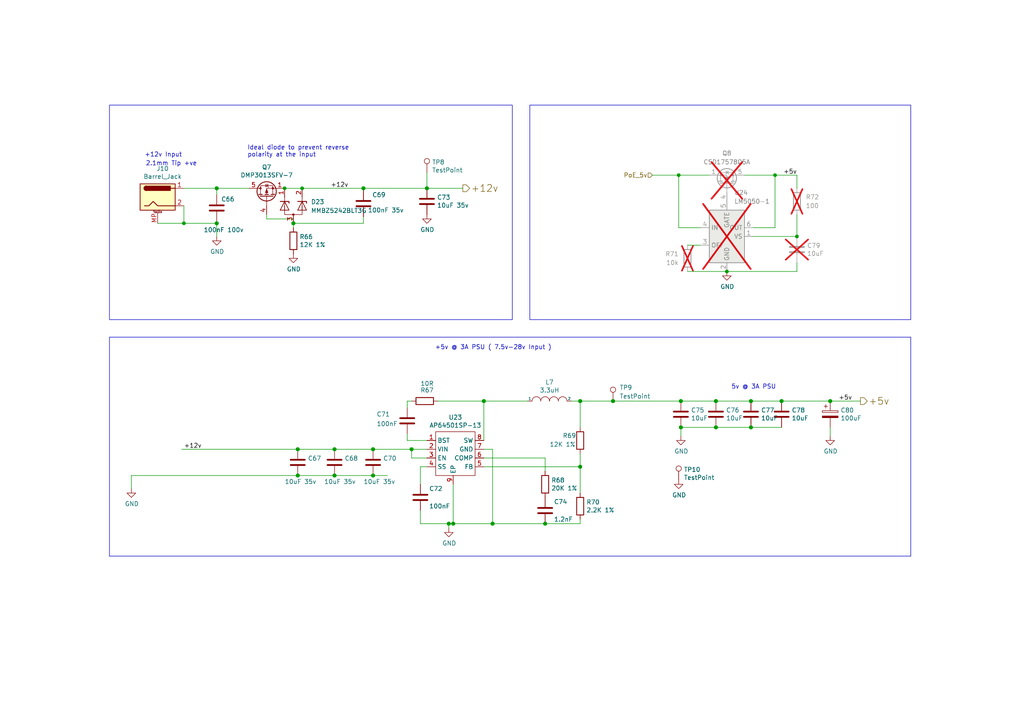
<source format=kicad_sch>
(kicad_sch (version 20250114) (generator "eeschema") (generator_version "9.0")
  (paper "A4")
  (title_block (title "Router Pi - PSUs"))
  (lib_symbols
    (symbol "CM4IO:AP64351"
      (property "Reference" "U" (at 0 8.89 0))
      (property "Value" "AP64351" (at 1.27 6.35 0))
      (symbol "AP64351_0_1"
        (rectangle (start -5.08 5.08) (end 6.35 -7.62))
      )
      (symbol "AP64351_1_1"
        (pin passive line (at -7.62 2.54 0) (length 2.54) (name "BST") (number "1"))
        (pin power_in line (at -7.62 0 0) (length 2.54) (name "VIN") (number "2"))
        (pin input line (at -7.62 -2.54 0) (length 2.54) (name "EN") (number "3"))
        (pin input line (at -7.62 -5.08 0) (length 2.54) (name "SS") (number "4"))
        (pin passive line (at 0 -10.16 90) (length 2.54) (name "EP") (number "9"))
        (pin output line (at 8.89 2.54 180) (length 2.54) (name "SW") (number "8"))
        (pin power_in line (at 8.89 0 180) (length 2.54) (name "GND") (number "7"))
        (pin input line (at 8.89 -2.54 180) (length 2.54) (name "COMP") (number "6"))
        (pin input line (at 8.89 -5.08 180) (length 2.54) (name "FB") (number "5"))
      )
    )
    (symbol "Connector:Barrel_Jack_MountingPin" (pin_names (hide yes))
      (property "Reference" "J" (at 0 5.334 0))
      (property "Value" "Barrel_Jack_MountingPin" (at 1.27 -6.35 0))
      (symbol "Barrel_Jack_MountingPin_0_1"
        (rectangle (start -5.08 3.81) (end 5.08 -3.81) (stroke (width 0.254)) (fill (type background)))
        (polyline (pts (xy -3.81 -2.54) (xy -2.54 -2.54) (xy -1.27 -1.27) (xy 0 -2.54) (xy 2.54 -2.54) (xy 5.08 -2.54)) (stroke (width 0.254)))
        (arc (start -3.302 1.905) (mid -3.9343 2.54) (end -3.302 3.175) (stroke (width 0.254)))
        (arc (start -3.302 1.905) (mid -3.9343 2.54) (end -3.302 3.175) (stroke (width 0.254)) (fill (type outline)))
        (rectangle (start 3.683 3.175) (end -3.302 1.905) (stroke (width 0.254)) (fill (type outline)))
        (polyline (pts (xy 5.08 2.54) (xy 3.81 2.54)) (stroke (width 0.254)))
      )
      (symbol "Barrel_Jack_MountingPin_1_1"
        (polyline (pts (xy -1.016 -4.572) (xy 1.016 -4.572)) (stroke (width 0.1524)))
        (text "Mounting" (at 0 -4.191 0) (effects (font (size 0.381 0.381))))
        (pin passive line (at 0 -7.62 90) (length 3.048) (name "MountPin") (number "MP"))
        (pin passive line (at 7.62 2.54 180) (length 2.54) (name "~") (number "1"))
        (pin passive line (at 7.62 -2.54 180) (length 2.54) (name "~") (number "2"))
      )
    )
    (symbol "Connector:TestPoint" (pin_numbers (hide yes)) (pin_names (offset 0.762) (hide yes))
      (property "Reference" "TP" (at 0 6.858 0))
      (property "Value" "TestPoint" (at 0 5.08 0))
      (symbol "TestPoint_0_1"
        (circle (center 0 3.302) (radius 0.762))
      )
      (symbol "TestPoint_1_1"
        (pin passive line (at 0 0 90) (length 2.54) (name "1") (number "1"))
      )
    )
    (symbol "Device:C" (pin_numbers (hide yes)) (pin_names (offset 0.254))
      (property "Reference" "C" (at 0.635 2.54 0))
      (property "Value" "C" (at 0.635 -2.54 0))
      (symbol "C_0_1"
        (polyline (pts (xy -2.032 0.762) (xy 2.032 0.762)) (stroke (width 0.508)))
        (polyline (pts (xy -2.032 -0.762) (xy 2.032 -0.762)) (stroke (width 0.508)))
      )
      (symbol "C_1_1"
        (pin passive line (at 0 3.81 270) (length 2.794) (name "~") (number "1"))
        (pin passive line (at 0 -3.81 90) (length 2.794) (name "~") (number "2"))
      )
    )
    (symbol "Device:CP" (pin_numbers (hide yes)) (pin_names (offset 0.254))
      (property "Reference" "C" (at 0.635 2.54 0))
      (property "Value" "CP" (at 0.635 -2.54 0))
      (symbol "CP_0_1"
        (rectangle (start -2.286 0.508) (end 2.286 1.016))
        (polyline (pts (xy -1.778 2.286) (xy -0.762 2.286)))
        (polyline (pts (xy -1.27 2.794) (xy -1.27 1.778)))
        (rectangle (start 2.286 -0.508) (end -2.286 -1.016) (fill (type outline)))
      )
      (symbol "CP_1_1"
        (pin passive line (at 0 3.81 270) (length 2.794) (name "~") (number "1"))
        (pin passive line (at 0 -3.81 90) (length 2.794) (name "~") (number "2"))
      )
    )
    (symbol "Device:R" (pin_numbers (hide yes)) (pin_names (offset 0))
      (property "Reference" "R" (at 2.032 0 90))
      (property "Value" "R" (at 0 0 90))
      (symbol "R_0_1"
        (rectangle (start -1.016 -2.54) (end 1.016 2.54) (stroke (width 0.254)))
      )
      (symbol "R_1_1"
        (pin passive line (at 0 3.81 270) (length 1.27) (name "~") (number "1"))
        (pin passive line (at 0 -3.81 90) (length 1.27) (name "~") (number "2"))
      )
    )
    (symbol "Diode:MMBZxx" (pin_names (offset 1.016) (hide yes))
      (property "Reference" "D" (at 3.81 2.54 0))
      (property "Value" "MMBZxx" (at 3.81 0 0))
      (symbol "MMBZxx_0_1"
        (polyline (pts (xy -3.81 1.27) (xy -1.27 1.27) (xy -1.27 0.762)) (stroke (width 0.254)))
        (polyline (pts (xy -2.54 0) (xy -2.54 -2.54) (xy 2.54 -2.54) (xy 2.54 0)))
        (polyline (pts (xy -2.54 -1.27) (xy -2.54 2.54)))
        (circle (center 0 -2.54) (radius 0.254) (fill (type outline)))
        (polyline (pts (xy 1.27 1.27) (xy 3.81 1.27) (xy 3.81 0.762)) (stroke (width 0.254)))
        (polyline (pts (xy 2.54 -1.27) (xy 2.54 2.54)))
      )
      (symbol "MMBZxx_1_1"
        (polyline (pts (xy -3.81 -1.27) (xy -1.27 -1.27) (xy -2.54 1.27) (xy -3.81 -1.27)) (stroke (width 0.2032)))
        (polyline (pts (xy 1.27 -1.27) (xy 3.81 -1.27) (xy 2.54 1.27) (xy 1.27 -1.27)) (stroke (width 0.2032)))
        (pin passive line (at -2.54 5.08 270) (length 2.54) (name "K") (number "1"))
        (pin passive line (at 0 -5.08 90) (length 2.54) (name "A") (number "3"))
        (pin passive line (at 2.54 5.08 270) (length 2.54) (name "K") (number "2"))
      )
    )
    (symbol "Power_Management:LM5050-1"
      (property "Reference" "U" (at -5.08 8.89 0))
      (property "Value" "LM5050-1" (at 1.27 8.89 0))
      (symbol "LM5050-1_0_1"
        (rectangle (start -5.08 7.62) (end 5.08 -7.62) (stroke (width 0.254)) (fill (type background)))
      )
      (symbol "LM5050-1_1_1"
        (pin input line (at -7.62 2.54 0) (length 2.54) (name "IN") (number "4"))
        (pin input line (at -7.62 -2.54 0) (length 2.54) (name "OFF") (number "3"))
        (pin output line (at 0 10.16 270) (length 2.54) (name "GATE") (number "5"))
        (pin power_in line (at 0 -10.16 90) (length 2.54) (name "GND") (number "2"))
        (pin input line (at 7.62 2.54 180) (length 2.54) (name "OUT") (number "6"))
        (pin passive line (at 7.62 0 180) (length 2.54) (name "VS") (number "1"))
      )
    )
    (symbol "Transistor_FET:CSD17578Q5A" (pin_names (hide yes))
      (property "Reference" "Q" (at 5.08 1.905 0))
      (property "Value" "CSD17578Q5A" (at 5.08 0 0))
      (symbol "CSD17578Q5A_0_1"
        (polyline (pts (xy 0.254 1.905) (xy 0.254 -1.905)) (stroke (width 0.254)))
        (polyline (pts (xy 0.254 0) (xy -2.54 0)))
        (polyline (pts (xy 0.762 2.286) (xy 0.762 1.27)) (stroke (width 0.254)))
        (polyline (pts (xy 0.762 0.508) (xy 0.762 -0.508)) (stroke (width 0.254)))
        (polyline (pts (xy 0.762 -1.27) (xy 0.762 -2.286)) (stroke (width 0.254)))
        (polyline (pts (xy 0.762 -1.778) (xy 3.302 -1.778) (xy 3.302 1.778) (xy 0.762 1.778)))
        (polyline (pts (xy 1.016 0) (xy 2.032 0.381) (xy 2.032 -0.381) (xy 1.016 0)) (fill (type outline)))
        (circle (center 1.651 0) (radius 2.794) (stroke (width 0.254)))
        (polyline (pts (xy 2.54 2.54) (xy 2.54 1.778)))
        (circle (center 2.54 1.778) (radius 0.254) (fill (type outline)))
        (circle (center 2.54 -1.778) (radius 0.254) (fill (type outline)))
        (polyline (pts (xy 2.54 -2.54) (xy 2.54 0) (xy 0.762 0)))
        (polyline (pts (xy 2.794 0.508) (xy 2.921 0.381) (xy 3.683 0.381) (xy 3.81 0.254)))
        (polyline (pts (xy 3.302 0.381) (xy 2.921 -0.254) (xy 3.683 -0.254) (xy 3.302 0.381)))
      )
      (symbol "CSD17578Q5A_1_1"
        (pin passive line (at -5.08 0 0) (length 2.54) (name "G") (number "4"))
        (pin passive line (at 2.54 5.08 270) (length 2.54) (name "D") (number "5"))
        (pin passive line (at 2.54 -5.08 90) (length 2.54) (name "S") (number "1"))
        (pin passive line (at 2.54 -5.08 90) (length 2.54) (hide yes) (name "S") (number "2"))
        (pin passive line (at 2.54 -5.08 90) (length 2.54) (hide yes) (name "S") (number "3"))
      )
    )
    (symbol "Transistor_FET:DMP3013SFV" (pin_names (hide yes))
      (property "Reference" "Q" (at 5.08 1.905 0))
      (property "Value" "DMP3013SFV" (at 5.08 0 0))
      (symbol "DMP3013SFV_0_1"
        (polyline (pts (xy 0.254 1.905) (xy 0.254 -1.905)) (stroke (width 0.254)))
        (polyline (pts (xy 0.254 0) (xy -2.54 0)))
        (polyline (pts (xy 0.762 2.286) (xy 0.762 1.27)) (stroke (width 0.254)))
        (polyline (pts (xy 0.762 1.778) (xy 3.302 1.778) (xy 3.302 -1.778) (xy 0.762 -1.778)))
        (polyline (pts (xy 0.762 0.508) (xy 0.762 -0.508)) (stroke (width 0.254)))
        (polyline (pts (xy 0.762 -1.27) (xy 0.762 -2.286)) (stroke (width 0.254)))
        (circle (center 1.651 0) (radius 2.794) (stroke (width 0.254)))
        (polyline (pts (xy 2.286 0) (xy 1.27 0.381) (xy 1.27 -0.381) (xy 2.286 0)) (fill (type outline)))
        (polyline (pts (xy 2.54 2.54) (xy 2.54 1.778)))
        (circle (center 2.54 1.778) (radius 0.254) (fill (type outline)))
        (circle (center 2.54 -1.778) (radius 0.254) (fill (type outline)))
        (polyline (pts (xy 2.54 -2.54) (xy 2.54 0) (xy 0.762 0)))
        (polyline (pts (xy 2.794 -0.508) (xy 2.921 -0.381) (xy 3.683 -0.381) (xy 3.81 -0.254)))
        (polyline (pts (xy 3.302 -0.381) (xy 2.921 0.254) (xy 3.683 0.254) (xy 3.302 -0.381)))
      )
      (symbol "DMP3013SFV_1_1"
        (pin passive line (at -5.08 0 0) (length 2.54) (name "G") (number "4"))
        (pin passive line (at 2.54 5.08 270) (length 2.54) (name "D") (number "5"))
        (pin passive line (at 2.54 -5.08 90) (length 2.54) (name "S") (number "1"))
        (pin passive line (at 2.54 -5.08 90) (length 2.54) (hide yes) (name "S") (number "2"))
        (pin passive line (at 2.54 -5.08 90) (length 2.54) (hide yes) (name "S") (number "3"))
      )
    )
    (symbol "power:GND" (power) (pin_names (offset 0))
      (property "Value" "GND" (at 0 -3.81 0))
      (symbol "GND_0_1"
        (polyline (pts (xy 0 0) (xy 0 -1.27) (xy 1.27 -1.27) (xy 0 -2.54) (xy -1.27 -1.27) (xy 0 -1.27)))
      )
      (symbol "GND_1_1"
        (pin power_in line (at 0 0 270) (length 0) (hide yes) (name "GND") (number "1"))
      )
    )
    (symbol "pspice:INDUCTOR" (pin_numbers (hide yes)) (pin_names (offset 0))
      (property "Reference" "L" (at 0 2.54 0))
      (property "Value" "INDUCTOR" (at 0 -1.27 0))
      (symbol "INDUCTOR_0_1"
        (arc (start -5.08 0) (mid -3.81 1.2645) (end -2.54 0))
        (arc (start -2.54 0) (mid -1.27 1.2645) (end 0 0))
        (arc (start 0 0) (mid 1.27 1.2645) (end 2.54 0))
        (arc (start 2.54 0) (mid 3.81 1.2645) (end 5.08 0))
      )
      (symbol "INDUCTOR_1_1"
        (pin input line (at -6.35 0 0) (length 1.27) (name "1") (number "1"))
        (pin input line (at 6.35 0 180) (length 1.27) (name "2") (number "2"))
      )
    )
  )
  (rectangle (start 153.67 30.48) (end 264.16 92.71))
  (rectangle (start 31.75 30.48) (end 148.59 92.71))
  (text "+12v Input" (at 41.91 45.72 0) (effects (font (size 1.27 1.27)) (justify left bottom)))
  (text "5v @ 3A PSU\n" (at 212.09 113.03 0) (effects (font (size 1.27 1.27)) (justify left bottom)))
  (text "2.1mm Tip +ve" (at 57.15 48.26 0) (effects (font (size 1.27 1.27)) (justify right bottom)))
  (text "Ideal diode to prevent reverse\npolarity at the input" (at 71.755 45.72 0) (effects (font (size 1.27 1.27)) (justify left bottom)))
  (text "+5v @ 3A PSU ( 7.5v-28v Input )" (at 160.02 101.6 0) (effects (font (size 1.27 1.27)) (justify right bottom)))
  (junction (at 108.204 130.302) (diameter 1.016))
  (junction (at 140.335 116.332) (diameter 1.016))
  (junction (at 226.695 116.332) (diameter 1.016))
  (junction (at 142.875 151.892) (diameter 1.016))
  (junction (at 131.445 151.892) (diameter 1.016))
  (junction (at 105.41 54.61) (diameter 1.016))
  (junction (at 207.645 123.952) (diameter 1.016))
  (junction (at 224.79 50.8))
  (junction (at 123.825 54.61) (diameter 1.016))
  (junction (at 240.792 116.332) (diameter 1.016))
  (junction (at 207.645 116.332) (diameter 1.016))
  (junction (at 168.275 135.382) (diameter 1.016))
  (junction (at 97.028 130.302) (diameter 1.016))
  (junction (at 97.028 137.922) (diameter 1.016))
  (junction (at 108.204 137.922) (diameter 1.016))
  (junction (at 168.275 116.332) (diameter 1.016))
  (junction (at 158.115 151.892) (diameter 1.016))
  (junction (at 197.485 116.332) (diameter 1.016))
  (junction (at 130.175 151.892) (diameter 1.016))
  (junction (at 177.8 116.332) (diameter 1.016))
  (junction (at 231.14 68.58))
  (junction (at 87.63 54.61))
  (junction (at 217.805 116.332) (diameter 1.016))
  (junction (at 119.38 130.302) (diameter 1.016))
  (junction (at 210.82 78.74))
  (junction (at 82.55 54.61))
  (junction (at 53.34 64.77))
  (junction (at 62.865 54.61) (diameter 1.016))
  (junction (at 196.85 50.8))
  (junction (at 86.36 137.922) (diameter 1.016))
  (junction (at 85.09 64.77) (diameter 1.016))
  (junction (at 86.36 130.302) (diameter 1.016))
  (junction (at 197.485 123.952) (diameter 1.016))
  (junction (at 217.805 123.952) (diameter 1.016))
  (junction (at 62.865 64.77) (diameter 1.016))
  (polyline (pts (xy 264.16 161.29) (xy 31.75 161.29)) (stroke (width 0) (type solid)))
  (wire (pts (xy 108.204 130.302) (xy 119.38 130.302)))
  (wire (pts (xy 142.875 151.892) (xy 158.115 151.892)))
  (polyline (pts (xy 31.75 97.79) (xy 264.16 97.79)) (stroke (width 0) (type solid)))
  (wire (pts (xy 131.445 140.462) (xy 131.445 151.892)))
  (wire (pts (xy 189.23 50.8) (xy 196.85 50.8)))
  (wire (pts (xy 87.63 54.61) (xy 105.41 54.61)))
  (wire (pts (xy 118.11 116.332) (xy 119.38 116.332)))
  (polyline (pts (xy 264.16 97.79) (xy 264.16 161.29)) (stroke (width 0) (type solid)))
  (wire (pts (xy 196.85 50.8) (xy 196.85 66.04)))
  (wire (pts (xy 118.11 127.762) (xy 123.825 127.762)))
  (wire (pts (xy 231.14 50.8) (xy 224.79 50.8)))
  (wire (pts (xy 199.39 71.12) (xy 203.2 71.12)))
  (wire (pts (xy 226.695 123.952) (xy 217.805 123.952)))
  (wire (pts (xy 158.115 151.892) (xy 168.275 151.892)))
  (wire (pts (xy 97.028 137.922) (xy 108.204 137.922)))
  (wire (pts (xy 197.485 116.332) (xy 207.645 116.332)))
  (wire (pts (xy 197.485 123.952) (xy 197.485 126.492)))
  (wire (pts (xy 140.335 135.382) (xy 168.275 135.382)))
  (wire (pts (xy 53.34 64.77) (xy 62.865 64.77)))
  (wire (pts (xy 118.11 125.857) (xy 118.11 127.762)))
  (wire (pts (xy 119.38 130.302) (xy 123.825 130.302)))
  (wire (pts (xy 165.735 116.332) (xy 168.275 116.332)))
  (wire (pts (xy 123.825 54.61) (xy 134.239 54.61)))
  (wire (pts (xy 231.14 76.2) (xy 231.14 78.74)))
  (wire (pts (xy 86.36 130.302) (xy 97.028 130.302)))
  (wire (pts (xy 45.72 64.77) (xy 53.34 64.77)))
  (wire (pts (xy 105.41 54.61) (xy 123.825 54.61)))
  (wire (pts (xy 142.875 130.302) (xy 142.875 151.892)))
  (wire (pts (xy 217.805 116.332) (xy 226.695 116.332)))
  (wire (pts (xy 240.792 116.332) (xy 249.555 116.332)))
  (wire (pts (xy 118.11 118.237) (xy 118.11 116.332)))
  (wire (pts (xy 123.825 50.038) (xy 123.825 54.61)))
  (wire (pts (xy 140.335 130.302) (xy 142.875 130.302)))
  (wire (pts (xy 158.115 136.652) (xy 158.115 132.842)))
  (wire (pts (xy 119.38 132.842) (xy 123.825 132.842)))
  (wire (pts (xy 85.09 64.77) (xy 105.41 64.77)))
  (wire (pts (xy 121.92 151.892) (xy 130.175 151.892)))
  (wire (pts (xy 168.275 151.892) (xy 168.275 150.622)))
  (wire (pts (xy 85.09 63.5) (xy 85.09 64.77)))
  (wire (pts (xy 168.275 135.382) (xy 168.275 143.002)))
  (wire (pts (xy 168.275 116.332) (xy 177.8 116.332)))
  (wire (pts (xy 77.343 62.23) (xy 77.343 63.5)))
  (wire (pts (xy 131.445 151.892) (xy 142.875 151.892)))
  (wire (pts (xy 177.8 116.332) (xy 197.485 116.332)))
  (wire (pts (xy 62.865 54.61) (xy 72.263 54.61)))
  (wire (pts (xy 97.028 130.302) (xy 108.204 130.302)))
  (wire (pts (xy 82.423 54.61) (xy 82.55 54.61)))
  (wire (pts (xy 119.38 130.302) (xy 119.38 132.842)))
  (wire (pts (xy 168.275 131.572) (xy 168.275 135.382)))
  (wire (pts (xy 105.41 64.77) (xy 105.41 62.865)))
  (wire (pts (xy 140.335 116.332) (xy 153.035 116.332)))
  (wire (pts (xy 217.805 123.952) (xy 207.645 123.952)))
  (wire (pts (xy 207.645 123.952) (xy 197.485 123.952)))
  (wire (pts (xy 199.39 78.74) (xy 210.82 78.74)))
  (wire (pts (xy 53.34 59.69) (xy 53.34 64.77)))
  (wire (pts (xy 86.36 137.922) (xy 97.028 137.922)))
  (wire (pts (xy 127 116.332) (xy 140.335 116.332)))
  (wire (pts (xy 52.705 130.302) (xy 86.36 130.302)))
  (wire (pts (xy 224.79 50.8) (xy 215.9 50.8)))
  (wire (pts (xy 231.14 68.58) (xy 231.14 62.23)))
  (wire (pts (xy 140.335 132.842) (xy 158.115 132.842)))
  (wire (pts (xy 105.41 54.61) (xy 105.41 55.245)))
  (wire (pts (xy 62.865 64.77) (xy 62.865 68.58)))
  (wire (pts (xy 205.74 50.8) (xy 196.85 50.8)))
  (wire (pts (xy 231.14 78.74) (xy 210.82 78.74)))
  (wire (pts (xy 53.34 54.61) (xy 62.865 54.61)))
  (wire (pts (xy 62.865 64.135) (xy 62.865 64.77)))
  (wire (pts (xy 85.09 64.77) (xy 85.09 66.04)))
  (wire (pts (xy 82.55 54.61) (xy 87.63 54.61)))
  (wire (pts (xy 224.79 66.04) (xy 224.79 50.8)))
  (wire (pts (xy 121.92 148.082) (xy 121.92 151.892)))
  (wire (pts (xy 130.175 153.162) (xy 130.175 151.892)))
  (wire (pts (xy 218.44 66.04) (xy 224.79 66.04)))
  (wire (pts (xy 38.1 137.922) (xy 38.1 141.732)))
  (wire (pts (xy 123.825 135.382) (xy 121.92 135.382)))
  (polyline (pts (xy 31.75 97.79) (xy 31.75 161.29)) (stroke (width 0) (type solid)))
  (wire (pts (xy 77.343 63.5) (xy 85.09 63.5)))
  (wire (pts (xy 218.44 68.58) (xy 231.14 68.58)))
  (wire (pts (xy 38.1 137.922) (xy 86.36 137.922)))
  (wire (pts (xy 62.865 54.61) (xy 62.865 56.515)))
  (wire (pts (xy 196.85 66.04) (xy 203.2 66.04)))
  (wire (pts (xy 226.695 116.332) (xy 240.792 116.332)))
  (wire (pts (xy 108.204 137.922) (xy 112.395 137.922)))
  (wire (pts (xy 121.92 135.382) (xy 121.92 140.462)))
  (wire (pts (xy 240.792 123.952) (xy 240.792 126.492)))
  (wire (pts (xy 140.335 116.332) (xy 140.335 127.762)))
  (wire (pts (xy 168.275 116.332) (xy 168.275 123.952)))
  (wire (pts (xy 130.175 151.892) (xy 131.445 151.892)))
  (wire (pts (xy 207.645 116.332) (xy 217.805 116.332)))
  (wire (pts (xy 231.14 54.61) (xy 231.14 50.8)))
  (label "+5v" (at 243.205 116.332 0))
  (label "+12v" (at 95.885 54.61 0))
  (label "+5v" (at 231.14 50.8 180))
  (label "+12v" (at 53.34 130.302 0))
  (hierarchical_label "PoE_5v" (shape input) (at 189.23 50.8 180))
  (hierarchical_label "+12v" (shape output) (at 134.239 54.61 0) (effects (font (size 2.0066 2.0066))))
  (hierarchical_label "+5v" (shape output) (at 249.555 116.332 0) (effects (font (size 2.0066 2.0066))))
  (symbol (lib_id "power:GND") (at 123.825 62.23 0) (unit 1)
    (property "Reference" "#PWR066" (effects (hide yes)))
    (property "Value" "GND" (at 123.952 66.6242 0))
  )
  (symbol (lib_id "power:GND") (at 62.865 68.58 0) (unit 1)
    (property "Reference" "#PWR064" (effects (hide yes)))
    (property "Value" "GND" (at 62.992 72.9742 0))
  )
  (symbol (lib_id "Device:C") (at 197.485 120.142 0) (unit 1)
    (property "Reference" "C75" (at 200.406 118.9736 0) (effects (justify left)))
    (property "Value" "10uF" (at 200.406 121.285 0) (effects (justify left)))
    (property "Footprint" "Capacitor_SMD:C_0805_2012Metric" (effects (hide yes)))
    (property "Datasheet" "https://search.murata.co.jp/Ceramy/image/img/A01X/G101/ENG/GRM21BR71A106KA73-01.pdf" (effects (hide yes)))
    (property "Field5" "490-14381-1-ND" (effects (hide yes)))
    (property "Field4" "Digikey" (effects (hide yes)))
    (property "Field6" "GRM21BR71A106KA73L" (effects (hide yes)))
    (property "Field7" "Murata" (effects (hide yes)))
    (property "Part Description" "	10uF 10% 10V Ceramic Capacitor X7R 0805 (2012 Metric)" (effects (hide yes)))
    (property "Field8" "111893011" (effects (hide yes)))
  )
  (symbol (lib_id "Device:C") (at 207.645 120.142 0) (unit 1)
    (property "Reference" "C76" (at 210.566 118.9736 0) (effects (justify left)))
    (property "Value" "10uF" (at 210.566 121.285 0) (effects (justify left)))
    (property "Footprint" "Capacitor_SMD:C_0805_2012Metric" (effects (hide yes)))
    (property "Datasheet" "https://search.murata.co.jp/Ceramy/image/img/A01X/G101/ENG/GRM21BR71A106KA73-01.pdf" (effects (hide yes)))
    (property "Field5" "490-14381-1-ND" (effects (hide yes)))
    (property "Field4" "Digikey" (effects (hide yes)))
    (property "Field6" "GRM21BR71A106KA73L" (effects (hide yes)))
    (property "Field7" "Murata" (effects (hide yes)))
    (property "Part Description" "	10uF 10% 10V Ceramic Capacitor X7R 0805 (2012 Metric)" (effects (hide yes)))
    (property "Field8" "111893011" (effects (hide yes)))
  )
  (symbol (lib_id "Device:C") (at 217.805 120.142 0) (unit 1)
    (property "Reference" "C77" (at 220.726 118.9736 0) (effects (justify left)))
    (property "Value" "10uF" (at 220.726 121.285 0) (effects (justify left)))
    (property "Footprint" "Capacitor_SMD:C_0805_2012Metric" (effects (hide yes)))
    (property "Datasheet" "https://search.murata.co.jp/Ceramy/image/img/A01X/G101/ENG/GRM21BR71A106KA73-01.pdf" (effects (hide yes)))
    (property "Field5" "490-14381-1-ND" (effects (hide yes)))
    (property "Field4" "Digikey" (effects (hide yes)))
    (property "Field6" "GRM21BR71A106KA73L" (effects (hide yes)))
    (property "Field7" "Murata" (effects (hide yes)))
    (property "Part Description" "	10uF 10% 10V Ceramic Capacitor X7R 0805 (2012 Metric)" (effects (hide yes)))
    (property "Field8" "111893011" (effects (hide yes)))
  )
  (symbol (lib_id "Device:C") (at 226.695 120.142 0) (unit 1)
    (property "Reference" "C78" (at 229.616 118.9736 0) (effects (justify left)))
    (property "Value" "10uF" (at 229.616 121.285 0) (effects (justify left)))
    (property "Footprint" "Capacitor_SMD:C_0805_2012Metric" (effects (hide yes)))
    (property "Datasheet" "https://search.murata.co.jp/Ceramy/image/img/A01X/G101/ENG/GRM21BR71A106KA73-01.pdf" (effects (hide yes)))
    (property "Field5" "490-14381-1-ND" (effects (hide yes)))
    (property "Field4" "Digikey" (effects (hide yes)))
    (property "Field6" "GRM21BR71A106KA73L" (effects (hide yes)))
    (property "Field7" "Murata" (effects (hide yes)))
    (property "Part Description" "	10uF 10% 10V Ceramic Capacitor X7R 0805 (2012 Metric)" (effects (hide yes)))
    (property "Field8" "111893011" (effects (hide yes)))
  )
  (symbol (lib_id "Device:C") (at 62.865 60.325 0) (unit 1)
    (property "Reference" "C66" (at 64.135 57.785 0) (effects (justify left)))
    (property "Value" "100nF 100v" (at 59.055 66.675 0) (effects (justify left)))
    (property "Footprint" "Capacitor_SMD:C_0603_1608Metric_Pad1.08x0.95mm_HandSolder" (effects (hide yes)))
    (property "Datasheet" "https://psearch.en.murata.com/capacitor/product/GRM155R62A104KE14%23.pdf" (effects (hide yes)))
    (property "Field4" "Farnell" (effects (hide yes)))
    (property "Field5" "2611907" (effects (hide yes)))
    (property "Field6" "GRM155R62A104KE14D" (effects (hide yes)))
    (property "Field7" "Murata" (effects (hide yes)))
    (property "Part Description" "	0.1uF 10% 100V Ceramic Capacitor X5R 0402 (1005 Metric)" (effects (hide yes)))
  )
  (symbol (lib_id "power:GND") (at 85.09 73.66 0) (unit 1)
    (property "Reference" "#PWR065" (effects (hide yes)))
    (property "Value" "GND" (at 85.217 78.0542 0))
  )
  (symbol (lib_id "Connector:Barrel_Jack_MountingPin") (at 45.72 57.15 0) (unit 1)
    (property "Reference" "J10" (at 47.1678 48.895 0))
    (property "Value" "Barrel_Jack" (at 47.1678 51.2064 0))
    (property "Footprint" "Connector_BarrelJack:BarrelJack_CUI_PJ-063AH_Horizontal" (effects (hide yes)))
    (property "Description" "DC Barrel Jack with a mounting pin" (effects (hide yes)))
    (property "Field4" "Toby" (effects (hide yes)))
    (property "Field5" "DC-001-A-2.1mm-R" (effects (hide yes)))
    (property "Part Description" "DC Power Connectors PCB 2.1MM" (effects (hide yes)))
    (property "Field6" "DC-001-A-2.1mm-R" (effects (hide yes)))
    (property "Field7" "Valcon" (effects (hide yes)))
  )
  (symbol (lib_id "Device:R") (at 85.09 69.85 0) (unit 1)
    (property "Reference" "R66" (at 86.868 68.6816 0) (effects (justify left)))
    (property "Value" "12K 1%" (at 86.868 70.993 0) (effects (justify left)))
    (property "Footprint" "Resistor_SMD:R_0603_1608Metric_Pad0.98x0.95mm_HandSolder" (effects (hide yes)))
    (property "Datasheet" "https://fscdn.rohm.com/en/products/databook/datasheet/passive/resistor/chip_resistor/mcr-e.pdf" (effects (hide yes)))
    (property "Field4" "Farnell" (effects (hide yes)))
    (property "Field5" "9239367" (effects (hide yes)))
    (property "Field7" "Rohm" (effects (hide yes)))
    (property "Field6" "MCR01MZPF1202" (effects (hide yes)))
    (property "Part Description" "Resistor 12K M1005 1% 63mW" (effects (hide yes)))
  )
  (symbol (lib_id "Device:C") (at 105.41 59.055 0) (unit 1)
    (property "Reference" "C69" (at 107.95 56.515 0) (effects (justify left)))
    (property "Value" "100nF 35v" (at 106.68 60.96 0) (effects (justify left)))
    (property "Footprint" "Capacitor_SMD:C_0603_1608Metric_Pad1.08x0.95mm_HandSolder" (effects (hide yes)))
    (property "Datasheet" "https://search.murata.co.jp/Ceramy/image/img/A01X/G101/ENG/GRM155R71C104KA88-01.pdf" (effects (hide yes)))
    (property "Field4" "Farnell" (effects (hide yes)))
    (property "Field5" "2611911" (effects (hide yes)))
    (property "Field6" "RM EMK105 B7104KV-F" (effects (hide yes)))
    (property "Field7" "TAIYO YUDEN EUROPE GMBH" (effects (hide yes)))
    (property "Part Description" "	0.1uF 10% 16V Ceramic Capacitor X7R 0402 (1005 Metric)" (effects (hide yes)))
    (property "Field8" "110091611" (effects (hide yes)))
  )
  (symbol (lib_id "power:GND") (at 197.485 126.492 0) (unit 1)
    (property "Reference" "#PWR069" (effects (hide yes)))
    (property "Value" "GND" (at 197.612 130.8862 0))
  )
  (symbol (lib_id "Device:C") (at 118.11 122.047 0) (unit 1)
    (property "Reference" "C71" (at 109.22 120.142 0) (effects (justify left)))
    (property "Value" "100nF" (at 109.22 122.936 0) (effects (justify left)))
    (property "Footprint" "Capacitor_SMD:C_0603_1608Metric_Pad1.08x0.95mm_HandSolder" (effects (hide yes)))
    (property "Datasheet" "https://search.murata.co.jp/Ceramy/image/img/A01X/G101/ENG/GRM155R71C104KA88-01.pdf" (effects (hide yes)))
    (property "Field4" "Farnell" (effects (hide yes)))
    (property "Field5" "2611911" (effects (hide yes)))
    (property "Field6" "RM EMK105 B7104KV-F" (effects (hide yes)))
    (property "Field7" "TAIYO YUDEN EUROPE GMBH" (effects (hide yes)))
    (property "Part Description" "	0.1uF 10% 16V Ceramic Capacitor X7R 0402 (1005 Metric)" (effects (hide yes)))
    (property "Field8" "110091611" (effects (hide yes)))
  )
  (symbol (lib_id "Device:R") (at 123.19 116.332 270) (unit 1)
    (property "Reference" "R67" (at 121.92 113.157 90) (effects (justify left)))
    (property "Value" "10R" (at 121.92 111.252 90) (effects (justify left)))
    (property "Footprint" "Resistor_SMD:R_0603_1608Metric_Pad0.98x0.95mm_HandSolder" (effects (hide yes)))
    (property "Datasheet" "https://fscdn.rohm.com/en/products/databook/datasheet/passive/resistor/chip_resistor/mcr-e.pdf" (effects (hide yes)))
    (property "Field4" "Farnell" (effects (hide yes)))
    (property "Field5" "9238999" (effects (hide yes)))
    (property "Field7" "Yageo" (effects (hide yes)))
    (property "Field6" "RC0402FR-0710RL" (effects (hide yes)))
    (property "Field8" "URES00256" (effects (hide yes)))
    (property "Part Description" "Resistor 10R M1005 1% 63mW" (effects (hide yes)))
  )
  (symbol (lib_id "Device:R") (at 168.275 127.762 0) (unit 1)
    (property "Reference" "R69" (at 163.195 126.365 0) (effects (justify left)))
    (property "Value" "12K 1%" (at 159.385 128.905 0) (effects (justify left)))
    (property "Footprint" "Resistor_SMD:R_0603_1608Metric_Pad0.98x0.95mm_HandSolder" (effects (hide yes)))
    (property "Datasheet" "https://fscdn.rohm.com/en/products/databook/datasheet/passive/resistor/chip_resistor/mcr-e.pdf" (effects (hide yes)))
    (property "Field4" "Farnell" (effects (hide yes)))
    (property "Field5" "9239367" (effects (hide yes)))
    (property "Field7" "Rohm" (effects (hide yes)))
    (property "Field6" "MCR01MZPF1202" (effects (hide yes)))
    (property "Part Description" "Resistor 12K M1005 1% 63mW" (effects (hide yes)))
  )
  (symbol (lib_id "pspice:INDUCTOR") (at 159.385 116.332 0) (unit 1)
    (property "Reference" "L7" (at 159.385 110.871 0))
    (property "Value" "3.3uH" (at 159.385 113.1824 0))
    (property "Footprint" "Inductor_SMD:L_Bourns_SRN8040TA" (effects (hide yes)))
    (property "Field4" "Farnell" (effects (hide yes)))
    (property "Field5" "2616889" (effects (hide yes)))
    (property "Field6" "SRN6045TA-3R3Y" (effects (hide yes)))
    (property "Field7" "Bourns" (effects (hide yes)))
    (property "Part Description" "3.3µH Semi-Shielded Wirewound Inductor 7.8A 21mOhm Nonstandard" (effects (hide yes)))
  )
  (symbol (lib_id "Device:C") (at 158.115 148.082 0) (unit 1)
    (property "Reference" "C74" (at 160.655 145.542 0) (effects (justify left)))
    (property "Value" "1.2nF" (at 160.655 150.622 0) (effects (justify left)))
    (property "Footprint" "Capacitor_SMD:C_0603_1608Metric_Pad1.08x0.95mm_HandSolder" (effects (hide yes)))
    (property "Datasheet" "http://www.farnell.com/datasheets/2734135.pdf?_ga=2.259347658.1738794919.1588350964-1787849031.1568210898&_gac=1.15394434.1588350964.EAIaIQobChMIgrHHs4yT6QIVxevtCh39TA_nEAAYASAAEgK8PfD_BwE" (effects (hide yes)))
    (property "Field4" "Digikey" (effects (hide yes)))
    (property "Field5" "490-16429-1-ND" (effects (hide yes)))
    (property "Field6" "GCM155R71H122KA37D" (effects (hide yes)))
    (property "Field7" "Murata" (effects (hide yes)))
    (property "Part Description" "1200pF 10% 10V Ceramic Capacitor X5R 0402 (1005 Metric)" (effects (hide yes)))
  )
  (symbol (lib_id "CM4IO:AP64351") (at 131.445 130.302 0) (unit 1)
    (property "Reference" "U23" (at 132.08 121.0564 0))
    (property "Value" "AP64501SP-13" (at 132.08 123.3678 0))
    (property "Footprint" "Package_SO:SOIC-8-1EP_3.9x4.9mm_P1.27mm_EP2.95x4.9mm_Mask2.71x3.4mm" (effects (hide yes)))
    (property "Datasheet" "https://www.diodes.com/assets/Datasheets/AP64501.pdf" (effects (hide yes)))
    (property "Field4" "Digikey" (effects (hide yes)))
    (property "Field5" "31-AP64501SP-13CT-ND" (effects (hide yes)))
    (property "Field6" "AP64501SP-13" (effects (hide yes)))
    (property "Field7" "Diodes" (effects (hide yes)))
    (property "Part Description" "Buck Switching Regulator IC Positive Adjustable 0.8V 1 Output 5A 8-SOIC (0.154\", 3.90mm Width) Exposed Pad" (effects (hide yes)))
  )
  (symbol (lib_id "Device:C") (at 121.92 144.272 0) (unit 1)
    (property "Reference" "C72" (at 124.46 141.732 0) (effects (justify left)))
    (property "Value" "100nF" (at 124.46 146.812 0) (effects (justify left)))
    (property "Footprint" "Capacitor_SMD:C_0603_1608Metric_Pad1.08x0.95mm_HandSolder" (effects (hide yes)))
    (property "Datasheet" "https://search.murata.co.jp/Ceramy/image/img/A01X/G101/ENG/GRM155R71C104KA88-01.pdf" (effects (hide yes)))
    (property "Field4" "Farnell" (effects (hide yes)))
    (property "Field5" "2611911" (effects (hide yes)))
    (property "Field6" "RM EMK105 B7104KV-F" (effects (hide yes)))
    (property "Field7" "TAIYO YUDEN EUROPE GMBH" (effects (hide yes)))
    (property "Part Description" "	0.1uF 10% 16V Ceramic Capacitor X7R 0402 (1005 Metric)" (effects (hide yes)))
    (property "Field8" "110091611" (effects (hide yes)))
  )
  (symbol (lib_id "power:GND") (at 130.175 153.162 0) (unit 1)
    (property "Reference" "#PWR067" (effects (hide yes)))
    (property "Value" "GND" (at 130.302 157.5562 0))
  )
  (symbol (lib_id "Device:R") (at 168.275 146.812 0) (unit 1)
    (property "Reference" "R70" (at 170.053 145.6436 0) (effects (justify left)))
    (property "Value" "2.2K 1%" (at 170.053 147.955 0) (effects (justify left)))
    (property "Footprint" "Resistor_SMD:R_0603_1608Metric_Pad0.98x0.95mm_HandSolder" (effects (hide yes)))
    (property "Datasheet" "https://fscdn.rohm.com/en/products/databook/datasheet/passive/resistor/chip_resistor/mcr-e.pdf" (effects (hide yes)))
    (property "Field4" "Farnell" (effects (hide yes)))
    (property "Field5" "9239278" (effects (hide yes)))
    (property "Field6" "RK73G1ETQTP2201D         " (effects (hide yes)))
    (property "Field7" "KOA EUROPE GMBH" (effects (hide yes)))
    (property "Part Description" "Resistor 2.2K M1005 1% 63mW" (effects (hide yes)))
    (property "Field8" "120889581" (effects (hide yes)))
  )
  (symbol (lib_id "Device:R") (at 158.115 140.462 0) (unit 1)
    (property "Reference" "R68" (at 159.893 139.2936 0) (effects (justify left)))
    (property "Value" "20K 1%" (at 159.893 141.605 0) (effects (justify left)))
    (property "Footprint" "Resistor_SMD:R_0603_1608Metric_Pad0.98x0.95mm_HandSolder" (effects (hide yes)))
    (property "Datasheet" "https://fscdn.rohm.com/en/products/databook/datasheet/passive/resistor/chip_resistor/mcr-e.pdf" (effects (hide yes)))
    (property "Field4" "Farnell" (effects (hide yes)))
    (property "Field5" "2331485" (effects (hide yes)))
    (property "Field7" "KOA EUROPE GMBH" (effects (hide yes)))
    (property "Field6" "RK73H1ETTP2002F" (effects (hide yes)))
    (property "Part Description" "Resistor 20K M1005 1% 63mW" (effects (hide yes)))
  )
  (symbol (lib_id "power:GND") (at 38.1 141.732 0) (unit 1)
    (property "Reference" "#PWR063" (effects (hide yes)))
    (property "Value" "GND" (at 38.227 146.1262 0))
  )
  (symbol (lib_id "Connector:TestPoint") (at 123.825 50.038 0) (unit 1)
    (property "Reference" "TP8" (at 125.2982 47.0408 0) (effects (justify left)))
    (property "Value" "TestPoint" (at 125.2982 49.3522 0) (effects (justify left)))
    (property "Footprint" "TestPoint:TestPoint_Pad_2.0x2.0mm" (effects (hide yes)))
    (property "Field4" "nf" (effects (hide yes)))
    (property "Field5" "nf" (effects (hide yes)))
    (property "Field6" "nf" (effects (hide yes)))
    (property "Field7" "nf" (effects (hide yes)))
  )
  (symbol (lib_id "Connector:TestPoint") (at 196.85 139.192 0) (unit 1)
    (property "Reference" "TP10" (at 198.3232 136.1948 0) (effects (justify left)))
    (property "Value" "TestPoint" (at 198.3232 138.5062 0) (effects (justify left)))
    (property "Footprint" "TestPoint:TestPoint_Pad_2.0x2.0mm" (effects (hide yes)))
    (property "Field4" "nf" (effects (hide yes)))
    (property "Field5" "nf" (effects (hide yes)))
    (property "Field6" "nf" (effects (hide yes)))
    (property "Field7" "nf" (effects (hide yes)))
  )
  (symbol (lib_id "power:GND") (at 196.85 139.192 0) (unit 1)
    (property "Reference" "#PWR068" (effects (hide yes)))
    (property "Value" "GND" (at 196.977 143.5862 0))
  )
  (symbol (lib_id "Transistor_FET:DMP3013SFV") (at 77.343 57.15 90) (unit 1)
    (property "Reference" "Q7" (at 77.343 48.4886 90))
    (property "Value" "DMP3013SFV-7" (at 77.343 50.8 90))
    (property "Footprint" "Package_SON:Diodes_PowerDI3333-8" (effects (hide yes)))
    (property "Datasheet" "https://www.diodes.com/assets/Datasheets/DMP3013SFV.pdf" (effects (hide yes)))
    (property "Field4" "Farnell" (effects (hide yes)))
    (property "Field5" "3405192" (effects (hide yes)))
    (property "Field6" "DMP3013SFV-7" (effects (hide yes)))
    (property "Field7" "Diodes" (effects (hide yes)))
    (property "Part Description" "DMP3013SFV-7 -  Power MOSFET, P Channel, 30 V, 12 A, 0.008 ohm, PowerDI3333, Surface Mount" (effects (hide yes)))
  )
  (symbol (lib_id "power:GND") (at 240.792 126.492 0) (unit 1)
    (property "Reference" "#PWR071" (effects (hide yes)))
    (property "Value" "GND" (at 240.919 130.8862 0))
  )
  (symbol (lib_id "Device:C") (at 108.204 134.112 0) (unit 1)
    (property "Reference" "C70" (at 111.125 132.9436 0) (effects (justify left)))
    (property "Value" "10uF 35v" (at 105.41 139.7 0) (effects (justify left)))
    (property "Footprint" "Capacitor_SMD:C_0805_2012Metric" (effects (hide yes)))
    (property "Datasheet" "https://www.murata.com/en-global/products/productdetail.aspx?partno=GRM21BC8YA106ME11%23" (effects (hide yes)))
    (property "Field5" "490-10505-1-ND" (effects (hide yes)))
    (property "Field4" "Digikey" (effects (hide yes)))
    (property "Field6" "GRM21BC8YA106KE11L " (effects (hide yes)))
    (property "Field7" "Murata" (effects (hide yes)))
    (property "Part Description" "	10uF 10% or 20% 35V Ceramic Capacitor X6S 0805 (2012 Metric)" (effects (hide yes)))
  )
  (symbol (lib_id "Device:C") (at 97.028 134.112 0) (unit 1)
    (property "Reference" "C68" (at 99.949 132.9436 0) (effects (justify left)))
    (property "Value" "10uF 35v" (at 93.98 139.7 0) (effects (justify left)))
    (property "Footprint" "Capacitor_SMD:C_0805_2012Metric" (effects (hide yes)))
    (property "Datasheet" "https://www.murata.com/en-global/products/productdetail.aspx?partno=GRM21BC8YA106ME11%23" (effects (hide yes)))
    (property "Field5" "490-10505-1-ND" (effects (hide yes)))
    (property "Field4" "Digikey" (effects (hide yes)))
    (property "Field6" "GRM21BC8YA106KE11L " (effects (hide yes)))
    (property "Field7" "Murata" (effects (hide yes)))
    (property "Part Description" "	10uF 10% or 20% 35V Ceramic Capacitor X6S 0805 (2012 Metric)" (effects (hide yes)))
  )
  (symbol (lib_id "Device:C") (at 86.36 134.112 0) (unit 1)
    (property "Reference" "C67" (at 89.281 132.9436 0) (effects (justify left)))
    (property "Value" "10uF 35v" (at 82.55 139.7 0) (effects (justify left)))
    (property "Footprint" "Capacitor_SMD:C_0805_2012Metric" (effects (hide yes)))
    (property "Datasheet" "https://www.murata.com/en-global/products/productdetail.aspx?partno=GRM21BC8YA106ME11%23" (effects (hide yes)))
    (property "Field5" "490-10505-1-ND" (effects (hide yes)))
    (property "Field4" "Digikey" (effects (hide yes)))
    (property "Field6" "GRM21BC8YA106KE11L " (effects (hide yes)))
    (property "Field7" "Murata" (effects (hide yes)))
    (property "Part Description" "	10uF 10% or 20% 35V Ceramic Capacitor X6S 0805 (2012 Metric)" (effects (hide yes)))
  )
  (symbol (lib_id "Device:C") (at 123.825 58.42 0) (unit 1)
    (property "Reference" "C73" (at 126.746 57.2516 0) (effects (justify left)))
    (property "Value" "10uF 35v" (at 126.746 59.563 0) (effects (justify left)))
    (property "Footprint" "Capacitor_SMD:C_0805_2012Metric" (effects (hide yes)))
    (property "Datasheet" "https://www.murata.com/en-global/products/productdetail.aspx?partno=GRM21BC8YA106ME11%23" (effects (hide yes)))
    (property "Field5" "490-10505-1-ND" (effects (hide yes)))
    (property "Field4" "Digikey" (effects (hide yes)))
    (property "Field6" "GRM21BC8YA106KE11L " (effects (hide yes)))
    (property "Field7" "Murata" (effects (hide yes)))
    (property "Part Description" "	10uF 10% or 20% 35V Ceramic Capacitor X6S 0805 (2012 Metric)" (effects (hide yes)))
  )
  (symbol (lib_id "Device:CP") (at 240.792 120.142 0) (unit 1)
    (property "Reference" "C80" (at 243.7892 118.999 0) (effects (justify left)))
    (property "Value" "100uF" (at 243.7892 121.285 0) (effects (justify left)))
    (property "Footprint" "Capacitor_Tantalum_SMD:CP_EIA-7343-31_Kemet-D" (effects (hide yes)))
  )
  (symbol (lib_id "Connector:TestPoint") (at 177.8 116.332 0) (unit 1)
    (property "Reference" "TP9" (at 179.705 112.395 0) (effects (justify left)))
    (property "Value" "TestPoint" (at 179.705 114.935 0) (effects (justify left)))
    (property "Footprint" "TestPoint:TestPoint_Pad_2.0x2.0mm" (effects (hide yes)))
    (property "Field4" "nf" (effects (hide yes)))
    (property "Field5" "nf" (effects (hide yes)))
    (property "Field6" "nf" (effects (hide yes)))
    (property "Field7" "nf" (effects (hide yes)))
  )
  (symbol (lib_id "Power_Management:LM5050-1") (at 210.82 68.58 0) (unit 1) (exclude_from_sim yes) (in_bom no) (on_board no) (dnp yes)
    (property "Reference" "U24" (at 212.9633 55.88 0) (effects (justify left)))
    (property "Value" "LM5050-1" (at 212.9633 58.42 0) (effects (justify left)))
    (property "Footprint" "Package_TO_SOT_SMD:TSOT-23-6" (effects (hide yes)))
    (property "Datasheet" "http://www.ti.com/lit/ds/symlink/lm5050-1-q1.pdf" (effects (hide yes)))
    (property "Description" "High side OR-ing FET controller, 5V to 75V operation, TSOT-23-6" (effects (hide yes)))
  )
  (symbol (lib_id "Device:R") (at 231.14 58.42 0) (unit 1) (exclude_from_sim yes) (in_bom no) (on_board no) (dnp yes)
    (property "Reference" "R72" (at 233.68 57.1499 0) (effects (justify left)))
    (property "Value" "100" (at 233.68 59.6899 0) (effects (justify left)))
    (property "Footprint" "Resistor_SMD:R_0603_1608Metric_Pad0.98x0.95mm_HandSolder" (effects (hide yes)))
    (property "Description" "Resistor" (effects (hide yes)))
  )
  (symbol (lib_id "Device:C") (at 231.14 72.39 0) (unit 1) (exclude_from_sim yes) (in_bom no) (on_board no) (dnp yes)
    (property "Reference" "C79" (at 234.061 71.2216 0) (effects (justify left)))
    (property "Value" "10uF" (at 234.061 73.533 0) (effects (justify left)))
    (property "Footprint" "Capacitor_SMD:C_0805_2012Metric" (effects (hide yes)))
    (property "Datasheet" "https://search.murata.co.jp/Ceramy/image/img/A01X/G101/ENG/GRM21BR71A106KA73-01.pdf" (effects (hide yes)))
    (property "Field5" "490-14381-1-ND" (effects (hide yes)))
    (property "Field4" "Digikey" (effects (hide yes)))
    (property "Field6" "GRM21BR71A106KA73L" (effects (hide yes)))
    (property "Field7" "Murata" (effects (hide yes)))
    (property "Part Description" "	10uF 10% 10V Ceramic Capacitor X7R 0805 (2012 Metric)" (effects (hide yes)))
    (property "Field8" "111893011" (effects (hide yes)))
  )
  (symbol (lib_id "Diode:MMBZxx") (at 85.09 59.69 0) (unit 1)
    (property "Reference" "D23" (at 90.17 58.5469 0) (effects (justify left)))
    (property "Value" "MMBZ5242BLT3G" (at 90.17 61.0869 0) (effects (justify left)))
    (property "Footprint" "Package_TO_SOT_SMD:SOT-23" (effects (hide yes)))
    (property "Datasheet" "http://www.onsemi.com/pub/Collateral/MMBZ5V6ALT1-D.PDF" (effects (hide yes)))
    (property "Description" "Double Zener Diode, Common Anode, 225mW, SOT-23" (effects (hide yes)))
  )
  (symbol (lib_id "Device:R") (at 199.39 74.93 0) (mirror y) (unit 1) (exclude_from_sim yes) (in_bom no) (on_board no) (dnp yes)
    (property "Reference" "R71" (at 196.85 73.6599 0) (effects (justify left)))
    (property "Value" "10k" (at 196.85 76.1999 0) (effects (justify left)))
    (property "Footprint" "Resistor_SMD:R_0603_1608Metric_Pad0.98x0.95mm_HandSolder" (effects (hide yes)))
    (property "Description" "Resistor" (effects (hide yes)))
  )
  (symbol (lib_id "power:GND") (at 210.82 78.74 0) (unit 1)
    (property "Reference" "#PWR070" (effects (hide yes)))
    (property "Value" "GND" (at 210.947 83.1342 0))
  )
  (symbol (lib_id "Transistor_FET:CSD17578Q5A") (at 210.82 53.34 270) (mirror x) (unit 1) (exclude_from_sim yes) (in_bom no) (on_board no) (dnp yes)
    (property "Reference" "Q8" (at 210.82 44.45 90))
    (property "Value" "CSD17578Q5A" (at 210.82 46.99 90))
    (property "Footprint" "Package_TO_SOT_SMD:TDSON-8-1" (effects (hide yes)))
    (property "Datasheet" "http://www.ti.com/lit/gpn/csd17578q5a" (effects (hide yes)))
    (property "Description" "25A Id, 30V Vds, NexFET N-Channel Power MOSFET, 6.9mOhm Ron, Qg (typ) 7.9nC, SON8 5x6mm" (effects (hide yes)))
  )
)
</source>
